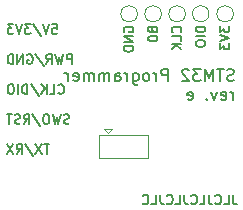
<source format=gbr>
G04 #@! TF.GenerationSoftware,KiCad,Pcbnew,6.0.7+dfsg-3*
G04 #@! TF.CreationDate,2022-10-18T10:37:57+08:00*
G04 #@! TF.ProjectId,stlink,73746c69-6e6b-42e6-9b69-6361645f7063,e*
G04 #@! TF.SameCoordinates,PX5ca1610PY6645a40*
G04 #@! TF.FileFunction,Legend,Bot*
G04 #@! TF.FilePolarity,Positive*
%FSLAX46Y46*%
G04 Gerber Fmt 4.6, Leading zero omitted, Abs format (unit mm)*
G04 Created by KiCad (PCBNEW 6.0.7+dfsg-3) date 2022-10-18 10:37:57*
%MOMM*%
%LPD*%
G01*
G04 APERTURE LIST*
%ADD10C,0.150000*%
%ADD11C,0.120000*%
G04 APERTURE END LIST*
D10*
X20962500Y19502096D02*
X20962500Y20302096D01*
X20657738Y20302096D01*
X20581547Y20264000D01*
X20543452Y20225905D01*
X20505357Y20149715D01*
X20505357Y20035429D01*
X20543452Y19959239D01*
X20581547Y19921143D01*
X20657738Y19883048D01*
X20962500Y19883048D01*
X20238690Y20302096D02*
X20048214Y19502096D01*
X19895833Y20073524D01*
X19743452Y19502096D01*
X19552976Y20302096D01*
X18791071Y19502096D02*
X19057738Y19883048D01*
X19248214Y19502096D02*
X19248214Y20302096D01*
X18943452Y20302096D01*
X18867261Y20264000D01*
X18829166Y20225905D01*
X18791071Y20149715D01*
X18791071Y20035429D01*
X18829166Y19959239D01*
X18867261Y19921143D01*
X18943452Y19883048D01*
X19248214Y19883048D01*
X17876785Y20340191D02*
X18562500Y19311620D01*
X17191071Y20264000D02*
X17267261Y20302096D01*
X17381547Y20302096D01*
X17495833Y20264000D01*
X17572023Y20187810D01*
X17610119Y20111620D01*
X17648214Y19959239D01*
X17648214Y19844953D01*
X17610119Y19692572D01*
X17572023Y19616381D01*
X17495833Y19540191D01*
X17381547Y19502096D01*
X17305357Y19502096D01*
X17191071Y19540191D01*
X17152976Y19578286D01*
X17152976Y19844953D01*
X17305357Y19844953D01*
X16810119Y19502096D02*
X16810119Y20302096D01*
X16352976Y19502096D01*
X16352976Y20302096D01*
X15972023Y19502096D02*
X15972023Y20302096D01*
X15781547Y20302096D01*
X15667261Y20264000D01*
X15591071Y20187810D01*
X15552976Y20111620D01*
X15514880Y19959239D01*
X15514880Y19844953D01*
X15552976Y19692572D01*
X15591071Y19616381D01*
X15667261Y19540191D01*
X15781547Y19502096D01*
X15972023Y19502096D01*
X19819642Y17038286D02*
X19857738Y17000191D01*
X19972023Y16962096D01*
X20048214Y16962096D01*
X20162500Y17000191D01*
X20238690Y17076381D01*
X20276785Y17152572D01*
X20314880Y17304953D01*
X20314880Y17419239D01*
X20276785Y17571620D01*
X20238690Y17647810D01*
X20162500Y17724000D01*
X20048214Y17762096D01*
X19972023Y17762096D01*
X19857738Y17724000D01*
X19819642Y17685905D01*
X19095833Y16962096D02*
X19476785Y16962096D01*
X19476785Y17762096D01*
X18829166Y16962096D02*
X18829166Y17762096D01*
X18372023Y16962096D02*
X18714880Y17419239D01*
X18372023Y17762096D02*
X18829166Y17304953D01*
X17457738Y17800191D02*
X18143452Y16771620D01*
X17191071Y16962096D02*
X17191071Y17762096D01*
X17000595Y17762096D01*
X16886309Y17724000D01*
X16810119Y17647810D01*
X16772023Y17571620D01*
X16733928Y17419239D01*
X16733928Y17304953D01*
X16772023Y17152572D01*
X16810119Y17076381D01*
X16886309Y17000191D01*
X17000595Y16962096D01*
X17191071Y16962096D01*
X16391071Y16962096D02*
X16391071Y17762096D01*
X15857738Y17762096D02*
X15705357Y17762096D01*
X15629166Y17724000D01*
X15552976Y17647810D01*
X15514880Y17495429D01*
X15514880Y17228762D01*
X15552976Y17076381D01*
X15629166Y17000191D01*
X15705357Y16962096D01*
X15857738Y16962096D01*
X15933928Y17000191D01*
X16010119Y17076381D01*
X16048214Y17228762D01*
X16048214Y17495429D01*
X16010119Y17647810D01*
X15933928Y17724000D01*
X15857738Y17762096D01*
X20733928Y14460191D02*
X20619642Y14422096D01*
X20429166Y14422096D01*
X20352976Y14460191D01*
X20314880Y14498286D01*
X20276785Y14574477D01*
X20276785Y14650667D01*
X20314880Y14726858D01*
X20352976Y14764953D01*
X20429166Y14803048D01*
X20581547Y14841143D01*
X20657738Y14879239D01*
X20695833Y14917334D01*
X20733928Y14993524D01*
X20733928Y15069715D01*
X20695833Y15145905D01*
X20657738Y15184000D01*
X20581547Y15222096D01*
X20391071Y15222096D01*
X20276785Y15184000D01*
X20010119Y15222096D02*
X19819642Y14422096D01*
X19667261Y14993524D01*
X19514880Y14422096D01*
X19324404Y15222096D01*
X18867261Y15222096D02*
X18714880Y15222096D01*
X18638690Y15184000D01*
X18562500Y15107810D01*
X18524404Y14955429D01*
X18524404Y14688762D01*
X18562500Y14536381D01*
X18638690Y14460191D01*
X18714880Y14422096D01*
X18867261Y14422096D01*
X18943452Y14460191D01*
X19019642Y14536381D01*
X19057738Y14688762D01*
X19057738Y14955429D01*
X19019642Y15107810D01*
X18943452Y15184000D01*
X18867261Y15222096D01*
X17610119Y15260191D02*
X18295833Y14231620D01*
X16886309Y14422096D02*
X17152976Y14803048D01*
X17343452Y14422096D02*
X17343452Y15222096D01*
X17038690Y15222096D01*
X16962500Y15184000D01*
X16924404Y15145905D01*
X16886309Y15069715D01*
X16886309Y14955429D01*
X16924404Y14879239D01*
X16962500Y14841143D01*
X17038690Y14803048D01*
X17343452Y14803048D01*
X16581547Y14460191D02*
X16467261Y14422096D01*
X16276785Y14422096D01*
X16200595Y14460191D01*
X16162500Y14498286D01*
X16124404Y14574477D01*
X16124404Y14650667D01*
X16162500Y14726858D01*
X16200595Y14764953D01*
X16276785Y14803048D01*
X16429166Y14841143D01*
X16505357Y14879239D01*
X16543452Y14917334D01*
X16581547Y14993524D01*
X16581547Y15069715D01*
X16543452Y15145905D01*
X16505357Y15184000D01*
X16429166Y15222096D01*
X16238690Y15222096D01*
X16124404Y15184000D01*
X15895833Y15222096D02*
X15438690Y15222096D01*
X15667261Y14422096D02*
X15667261Y15222096D01*
X19057738Y12682096D02*
X18600595Y12682096D01*
X18829166Y11882096D02*
X18829166Y12682096D01*
X18410119Y12682096D02*
X17876785Y11882096D01*
X17876785Y12682096D02*
X18410119Y11882096D01*
X17000595Y12720191D02*
X17686309Y11691620D01*
X16276785Y11882096D02*
X16543452Y12263048D01*
X16733928Y11882096D02*
X16733928Y12682096D01*
X16429166Y12682096D01*
X16352976Y12644000D01*
X16314880Y12605905D01*
X16276785Y12529715D01*
X16276785Y12415429D01*
X16314880Y12339239D01*
X16352976Y12301143D01*
X16429166Y12263048D01*
X16733928Y12263048D01*
X16010119Y12682096D02*
X15476785Y11882096D01*
X15476785Y12682096D02*
X16010119Y11882096D01*
X30155714Y22166881D02*
X30193809Y22204977D01*
X30231904Y22319262D01*
X30231904Y22395453D01*
X30193809Y22509739D01*
X30117619Y22585929D01*
X30041428Y22624024D01*
X29889047Y22662120D01*
X29774761Y22662120D01*
X29622380Y22624024D01*
X29546190Y22585929D01*
X29470000Y22509739D01*
X29431904Y22395453D01*
X29431904Y22319262D01*
X29470000Y22204977D01*
X29508095Y22166881D01*
X30231904Y21443072D02*
X30231904Y21824024D01*
X29431904Y21824024D01*
X30231904Y21176405D02*
X29431904Y21176405D01*
X30231904Y20719262D02*
X29774761Y21062120D01*
X29431904Y20719262D02*
X29889047Y21176405D01*
X27780857Y22357358D02*
X27818952Y22243072D01*
X27857047Y22204977D01*
X27933238Y22166881D01*
X28047523Y22166881D01*
X28123714Y22204977D01*
X28161809Y22243072D01*
X28199904Y22319262D01*
X28199904Y22624024D01*
X27399904Y22624024D01*
X27399904Y22357358D01*
X27438000Y22281167D01*
X27476095Y22243072D01*
X27552285Y22204977D01*
X27628476Y22204977D01*
X27704666Y22243072D01*
X27742761Y22281167D01*
X27780857Y22357358D01*
X27780857Y22624024D01*
X27399904Y21671643D02*
X27399904Y21595453D01*
X27438000Y21519262D01*
X27476095Y21481167D01*
X27552285Y21443072D01*
X27704666Y21404977D01*
X27895142Y21404977D01*
X28047523Y21443072D01*
X28123714Y21481167D01*
X28161809Y21519262D01*
X28199904Y21595453D01*
X28199904Y21671643D01*
X28161809Y21747834D01*
X28123714Y21785929D01*
X28047523Y21824024D01*
X27895142Y21862120D01*
X27704666Y21862120D01*
X27552285Y21824024D01*
X27476095Y21785929D01*
X27438000Y21747834D01*
X27399904Y21671643D01*
X25406000Y22204977D02*
X25367904Y22281167D01*
X25367904Y22395453D01*
X25406000Y22509739D01*
X25482190Y22585929D01*
X25558380Y22624024D01*
X25710761Y22662120D01*
X25825047Y22662120D01*
X25977428Y22624024D01*
X26053619Y22585929D01*
X26129809Y22509739D01*
X26167904Y22395453D01*
X26167904Y22319262D01*
X26129809Y22204977D01*
X26091714Y22166881D01*
X25825047Y22166881D01*
X25825047Y22319262D01*
X26167904Y21824024D02*
X25367904Y21824024D01*
X26167904Y21366881D01*
X25367904Y21366881D01*
X26167904Y20985929D02*
X25367904Y20985929D01*
X25367904Y20795453D01*
X25406000Y20681167D01*
X25482190Y20604977D01*
X25558380Y20566881D01*
X25710761Y20528786D01*
X25825047Y20528786D01*
X25977428Y20566881D01*
X26053619Y20604977D01*
X26129809Y20681167D01*
X26167904Y20795453D01*
X26167904Y20985929D01*
X34662023Y18105239D02*
X34519166Y18057620D01*
X34281071Y18057620D01*
X34185833Y18105239D01*
X34138214Y18152858D01*
X34090595Y18248096D01*
X34090595Y18343334D01*
X34138214Y18438572D01*
X34185833Y18486191D01*
X34281071Y18533810D01*
X34471547Y18581429D01*
X34566785Y18629048D01*
X34614404Y18676667D01*
X34662023Y18771905D01*
X34662023Y18867143D01*
X34614404Y18962381D01*
X34566785Y19010000D01*
X34471547Y19057620D01*
X34233452Y19057620D01*
X34090595Y19010000D01*
X33804880Y19057620D02*
X33233452Y19057620D01*
X33519166Y18057620D02*
X33519166Y19057620D01*
X32900119Y18057620D02*
X32900119Y19057620D01*
X32566785Y18343334D01*
X32233452Y19057620D01*
X32233452Y18057620D01*
X31852500Y19057620D02*
X31233452Y19057620D01*
X31566785Y18676667D01*
X31423928Y18676667D01*
X31328690Y18629048D01*
X31281071Y18581429D01*
X31233452Y18486191D01*
X31233452Y18248096D01*
X31281071Y18152858D01*
X31328690Y18105239D01*
X31423928Y18057620D01*
X31709642Y18057620D01*
X31804880Y18105239D01*
X31852500Y18152858D01*
X30852500Y18962381D02*
X30804880Y19010000D01*
X30709642Y19057620D01*
X30471547Y19057620D01*
X30376309Y19010000D01*
X30328690Y18962381D01*
X30281071Y18867143D01*
X30281071Y18771905D01*
X30328690Y18629048D01*
X30900119Y18057620D01*
X30281071Y18057620D01*
X29090595Y18057620D02*
X29090595Y19057620D01*
X28709642Y19057620D01*
X28614404Y19010000D01*
X28566785Y18962381D01*
X28519166Y18867143D01*
X28519166Y18724286D01*
X28566785Y18629048D01*
X28614404Y18581429D01*
X28709642Y18533810D01*
X29090595Y18533810D01*
X28090595Y18057620D02*
X28090595Y18724286D01*
X28090595Y18533810D02*
X28042976Y18629048D01*
X27995357Y18676667D01*
X27900119Y18724286D01*
X27804880Y18724286D01*
X27328690Y18057620D02*
X27423928Y18105239D01*
X27471547Y18152858D01*
X27519166Y18248096D01*
X27519166Y18533810D01*
X27471547Y18629048D01*
X27423928Y18676667D01*
X27328690Y18724286D01*
X27185833Y18724286D01*
X27090595Y18676667D01*
X27042976Y18629048D01*
X26995357Y18533810D01*
X26995357Y18248096D01*
X27042976Y18152858D01*
X27090595Y18105239D01*
X27185833Y18057620D01*
X27328690Y18057620D01*
X26138214Y18724286D02*
X26138214Y17914762D01*
X26185833Y17819524D01*
X26233452Y17771905D01*
X26328690Y17724286D01*
X26471547Y17724286D01*
X26566785Y17771905D01*
X26138214Y18105239D02*
X26233452Y18057620D01*
X26423928Y18057620D01*
X26519166Y18105239D01*
X26566785Y18152858D01*
X26614404Y18248096D01*
X26614404Y18533810D01*
X26566785Y18629048D01*
X26519166Y18676667D01*
X26423928Y18724286D01*
X26233452Y18724286D01*
X26138214Y18676667D01*
X25662023Y18057620D02*
X25662023Y18724286D01*
X25662023Y18533810D02*
X25614404Y18629048D01*
X25566785Y18676667D01*
X25471547Y18724286D01*
X25376309Y18724286D01*
X24614404Y18057620D02*
X24614404Y18581429D01*
X24662023Y18676667D01*
X24757261Y18724286D01*
X24947738Y18724286D01*
X25042976Y18676667D01*
X24614404Y18105239D02*
X24709642Y18057620D01*
X24947738Y18057620D01*
X25042976Y18105239D01*
X25090595Y18200477D01*
X25090595Y18295715D01*
X25042976Y18390953D01*
X24947738Y18438572D01*
X24709642Y18438572D01*
X24614404Y18486191D01*
X24138214Y18057620D02*
X24138214Y18724286D01*
X24138214Y18629048D02*
X24090595Y18676667D01*
X23995357Y18724286D01*
X23852500Y18724286D01*
X23757261Y18676667D01*
X23709642Y18581429D01*
X23709642Y18057620D01*
X23709642Y18581429D02*
X23662023Y18676667D01*
X23566785Y18724286D01*
X23423928Y18724286D01*
X23328690Y18676667D01*
X23281071Y18581429D01*
X23281071Y18057620D01*
X22804880Y18057620D02*
X22804880Y18724286D01*
X22804880Y18629048D02*
X22757261Y18676667D01*
X22662023Y18724286D01*
X22519166Y18724286D01*
X22423928Y18676667D01*
X22376309Y18581429D01*
X22376309Y18057620D01*
X22376309Y18581429D02*
X22328690Y18676667D01*
X22233452Y18724286D01*
X22090595Y18724286D01*
X21995357Y18676667D01*
X21947738Y18581429D01*
X21947738Y18057620D01*
X21090595Y18105239D02*
X21185833Y18057620D01*
X21376309Y18057620D01*
X21471547Y18105239D01*
X21519166Y18200477D01*
X21519166Y18581429D01*
X21471547Y18676667D01*
X21376309Y18724286D01*
X21185833Y18724286D01*
X21090595Y18676667D01*
X21042976Y18581429D01*
X21042976Y18486191D01*
X21519166Y18390953D01*
X20614404Y18057620D02*
X20614404Y18724286D01*
X20614404Y18533810D02*
X20566785Y18629048D01*
X20519166Y18676667D01*
X20423928Y18724286D01*
X20328690Y18724286D01*
X34614404Y16447620D02*
X34614404Y17114286D01*
X34614404Y16923810D02*
X34566785Y17019048D01*
X34519166Y17066667D01*
X34423928Y17114286D01*
X34328690Y17114286D01*
X33614404Y16495239D02*
X33709642Y16447620D01*
X33900119Y16447620D01*
X33995357Y16495239D01*
X34042976Y16590477D01*
X34042976Y16971429D01*
X33995357Y17066667D01*
X33900119Y17114286D01*
X33709642Y17114286D01*
X33614404Y17066667D01*
X33566785Y16971429D01*
X33566785Y16876191D01*
X34042976Y16780953D01*
X33233452Y17114286D02*
X32995357Y16447620D01*
X32757261Y17114286D01*
X32376309Y16542858D02*
X32328690Y16495239D01*
X32376309Y16447620D01*
X32423928Y16495239D01*
X32376309Y16542858D01*
X32376309Y16447620D01*
X30757261Y16495239D02*
X30852500Y16447620D01*
X31042976Y16447620D01*
X31138214Y16495239D01*
X31185833Y16590477D01*
X31185833Y16971429D01*
X31138214Y17066667D01*
X31042976Y17114286D01*
X30852500Y17114286D01*
X30757261Y17066667D01*
X30709642Y16971429D01*
X30709642Y16876191D01*
X31185833Y16780953D01*
X32231904Y22624024D02*
X31431904Y22624024D01*
X31431904Y22433548D01*
X31470000Y22319262D01*
X31546190Y22243072D01*
X31622380Y22204977D01*
X31774761Y22166881D01*
X31889047Y22166881D01*
X32041428Y22204977D01*
X32117619Y22243072D01*
X32193809Y22319262D01*
X32231904Y22433548D01*
X32231904Y22624024D01*
X32231904Y21824024D02*
X31431904Y21824024D01*
X31431904Y21290691D02*
X31431904Y21138310D01*
X31470000Y21062120D01*
X31546190Y20985929D01*
X31698571Y20947834D01*
X31965238Y20947834D01*
X32117619Y20985929D01*
X32193809Y21062120D01*
X32231904Y21138310D01*
X32231904Y21290691D01*
X32193809Y21366881D01*
X32117619Y21443072D01*
X31965238Y21481167D01*
X31698571Y21481167D01*
X31546190Y21443072D01*
X31470000Y21366881D01*
X31431904Y21290691D01*
X34603452Y8428096D02*
X34603452Y7856667D01*
X34641547Y7742381D01*
X34717738Y7666191D01*
X34832023Y7628096D01*
X34908214Y7628096D01*
X33841547Y7628096D02*
X34222500Y7628096D01*
X34222500Y8428096D01*
X33117738Y7704286D02*
X33155833Y7666191D01*
X33270119Y7628096D01*
X33346309Y7628096D01*
X33460595Y7666191D01*
X33536785Y7742381D01*
X33574880Y7818572D01*
X33612976Y7970953D01*
X33612976Y8085239D01*
X33574880Y8237620D01*
X33536785Y8313810D01*
X33460595Y8390000D01*
X33346309Y8428096D01*
X33270119Y8428096D01*
X33155833Y8390000D01*
X33117738Y8351905D01*
X32546309Y8428096D02*
X32546309Y7856667D01*
X32584404Y7742381D01*
X32660595Y7666191D01*
X32774880Y7628096D01*
X32851071Y7628096D01*
X31784404Y7628096D02*
X32165357Y7628096D01*
X32165357Y8428096D01*
X31060595Y7704286D02*
X31098690Y7666191D01*
X31212976Y7628096D01*
X31289166Y7628096D01*
X31403452Y7666191D01*
X31479642Y7742381D01*
X31517738Y7818572D01*
X31555833Y7970953D01*
X31555833Y8085239D01*
X31517738Y8237620D01*
X31479642Y8313810D01*
X31403452Y8390000D01*
X31289166Y8428096D01*
X31212976Y8428096D01*
X31098690Y8390000D01*
X31060595Y8351905D01*
X30489166Y8428096D02*
X30489166Y7856667D01*
X30527261Y7742381D01*
X30603452Y7666191D01*
X30717738Y7628096D01*
X30793928Y7628096D01*
X29727261Y7628096D02*
X30108214Y7628096D01*
X30108214Y8428096D01*
X29003452Y7704286D02*
X29041547Y7666191D01*
X29155833Y7628096D01*
X29232023Y7628096D01*
X29346309Y7666191D01*
X29422500Y7742381D01*
X29460595Y7818572D01*
X29498690Y7970953D01*
X29498690Y8085239D01*
X29460595Y8237620D01*
X29422500Y8313810D01*
X29346309Y8390000D01*
X29232023Y8428096D01*
X29155833Y8428096D01*
X29041547Y8390000D01*
X29003452Y8351905D01*
X28432023Y8428096D02*
X28432023Y7856667D01*
X28470119Y7742381D01*
X28546309Y7666191D01*
X28660595Y7628096D01*
X28736785Y7628096D01*
X27670119Y7628096D02*
X28051071Y7628096D01*
X28051071Y8428096D01*
X26946309Y7704286D02*
X26984404Y7666191D01*
X27098690Y7628096D01*
X27174880Y7628096D01*
X27289166Y7666191D01*
X27365357Y7742381D01*
X27403452Y7818572D01*
X27441547Y7970953D01*
X27441547Y8085239D01*
X27403452Y8237620D01*
X27365357Y8313810D01*
X27289166Y8390000D01*
X27174880Y8428096D01*
X27098690Y8428096D01*
X26984404Y8390000D01*
X26946309Y8351905D01*
X19286309Y22842096D02*
X19667261Y22842096D01*
X19705357Y22461143D01*
X19667261Y22499239D01*
X19591071Y22537334D01*
X19400595Y22537334D01*
X19324404Y22499239D01*
X19286309Y22461143D01*
X19248214Y22384953D01*
X19248214Y22194477D01*
X19286309Y22118286D01*
X19324404Y22080191D01*
X19400595Y22042096D01*
X19591071Y22042096D01*
X19667261Y22080191D01*
X19705357Y22118286D01*
X19019642Y22842096D02*
X18752976Y22042096D01*
X18486309Y22842096D01*
X17648214Y22880191D02*
X18333928Y21851620D01*
X17457738Y22842096D02*
X16962500Y22842096D01*
X17229166Y22537334D01*
X17114880Y22537334D01*
X17038690Y22499239D01*
X17000595Y22461143D01*
X16962500Y22384953D01*
X16962500Y22194477D01*
X17000595Y22118286D01*
X17038690Y22080191D01*
X17114880Y22042096D01*
X17343452Y22042096D01*
X17419642Y22080191D01*
X17457738Y22118286D01*
X16733928Y22842096D02*
X16467261Y22042096D01*
X16200595Y22842096D01*
X16010119Y22842096D02*
X15514880Y22842096D01*
X15781547Y22537334D01*
X15667261Y22537334D01*
X15591071Y22499239D01*
X15552976Y22461143D01*
X15514880Y22384953D01*
X15514880Y22194477D01*
X15552976Y22118286D01*
X15591071Y22080191D01*
X15667261Y22042096D01*
X15895833Y22042096D01*
X15972023Y22080191D01*
X16010119Y22118286D01*
X33495904Y22700215D02*
X33495904Y22204977D01*
X33800666Y22471643D01*
X33800666Y22357358D01*
X33838761Y22281167D01*
X33876857Y22243072D01*
X33953047Y22204977D01*
X34143523Y22204977D01*
X34219714Y22243072D01*
X34257809Y22281167D01*
X34295904Y22357358D01*
X34295904Y22585929D01*
X34257809Y22662120D01*
X34219714Y22700215D01*
X33495904Y21976405D02*
X34295904Y21709739D01*
X33495904Y21443072D01*
X33495904Y21252596D02*
X33495904Y20757358D01*
X33800666Y21024024D01*
X33800666Y20909739D01*
X33838761Y20833548D01*
X33876857Y20795453D01*
X33953047Y20757358D01*
X34143523Y20757358D01*
X34219714Y20795453D01*
X34257809Y20833548D01*
X34295904Y20909739D01*
X34295904Y21138310D01*
X34257809Y21214500D01*
X34219714Y21252596D01*
D11*
G04 #@! TO.C,TP3*
X30570000Y23740000D02*
G75*
G03*
X30570000Y23740000I-700000J0D01*
G01*
G04 #@! TO.C,TP1*
X34634000Y23740000D02*
G75*
G03*
X34634000Y23740000I-700000J0D01*
G01*
G04 #@! TO.C,TP4*
X28538000Y23740000D02*
G75*
G03*
X28538000Y23740000I-700000J0D01*
G01*
G04 #@! TO.C,TP5*
X26506000Y23740000D02*
G75*
G03*
X26506000Y23740000I-700000J0D01*
G01*
G04 #@! TO.C,TP2*
X32570000Y23740000D02*
G75*
G03*
X32570000Y23740000I-700000J0D01*
G01*
G04 #@! TO.C,JP1*
X23270000Y11490000D02*
X27370000Y11490000D01*
X24020000Y13690000D02*
X23720000Y13990000D01*
X23720000Y13990000D02*
X24320000Y13990000D01*
X27370000Y11490000D02*
X27370000Y13490000D01*
X24020000Y13690000D02*
X24320000Y13990000D01*
X27370000Y13490000D02*
X23270000Y13490000D01*
X23270000Y13490000D02*
X23270000Y11490000D01*
G04 #@! TD*
M02*

</source>
